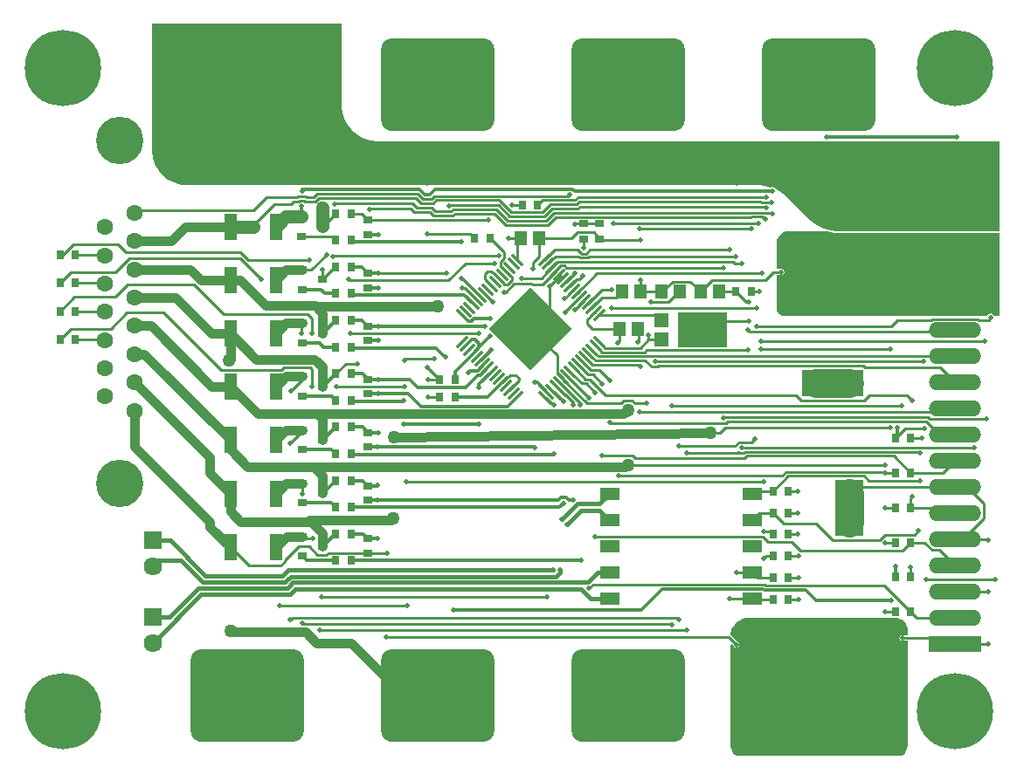
<source format=gtl>
G04*
G04 #@! TF.GenerationSoftware,Altium Limited,Altium Designer,18.1.9 (240)*
G04*
G04 Layer_Physical_Order=1*
G04 Layer_Color=255*
%FSLAX25Y25*%
%MOIN*%
G70*
G01*
G75*
%ADD10C,0.01000*%
%ADD17R,0.11024X0.10236*%
%ADD18R,0.20000X0.06000*%
%ADD19O,0.20000X0.06000*%
%ADD20R,0.04724X0.05512*%
%ADD21R,0.55118X0.27559*%
%ADD22R,0.07441X0.05000*%
%ADD23R,0.10236X0.11024*%
%ADD24R,0.02756X0.03543*%
%ADD25R,0.03150X0.03543*%
G04:AMPARAMS|DCode=26|XSize=10.63mil|YSize=57.53mil|CornerRadius=0mil|HoleSize=0mil|Usage=FLASHONLY|Rotation=225.000|XOffset=0mil|YOffset=0mil|HoleType=Round|Shape=Rectangle|*
%AMROTATEDRECTD26*
4,1,4,-0.01658,0.02410,0.02410,-0.01658,0.01658,-0.02410,-0.02410,0.01658,-0.01658,0.02410,0.0*
%
%ADD26ROTATEDRECTD26*%

G04:AMPARAMS|DCode=27|XSize=10.63mil|YSize=57.53mil|CornerRadius=0mil|HoleSize=0mil|Usage=FLASHONLY|Rotation=135.000|XOffset=0mil|YOffset=0mil|HoleType=Round|Shape=Rectangle|*
%AMROTATEDRECTD27*
4,1,4,0.02410,0.01658,-0.01658,-0.02410,-0.02410,-0.01658,0.01658,0.02410,0.02410,0.01658,0.0*
%
%ADD27ROTATEDRECTD27*%

%ADD29R,0.03543X0.02756*%
%ADD30R,0.05472X0.05512*%
%ADD31R,0.19134X0.13228*%
%ADD32R,0.03543X0.03150*%
%ADD33R,0.04724X0.10236*%
%ADD34R,0.03543X0.03150*%
%ADD44P,0.31959X4X360.0*%
%ADD59C,0.03500*%
%ADD60C,0.01200*%
%ADD61C,0.01500*%
%ADD62C,0.05000*%
%ADD63C,0.11000*%
%ADD64C,0.07047*%
%ADD65R,0.07047X0.07047*%
%ADD66C,0.06299*%
%ADD67C,0.18110*%
G04:AMPARAMS|DCode=68|XSize=354.33mil|YSize=433.07mil|CornerRadius=44.29mil|HoleSize=0mil|Usage=FLASHONLY|Rotation=270.000|XOffset=0mil|YOffset=0mil|HoleType=Round|Shape=RoundedRectangle|*
%AMROUNDEDRECTD68*
21,1,0.35433,0.34449,0,0,270.0*
21,1,0.26575,0.43307,0,0,270.0*
1,1,0.08858,-0.17224,-0.13287*
1,1,0.08858,-0.17224,0.13287*
1,1,0.08858,0.17224,0.13287*
1,1,0.08858,0.17224,-0.13287*
%
%ADD68ROUNDEDRECTD68*%
%ADD69C,0.29134*%
%ADD70C,0.01987*%
%ADD71C,0.05000*%
G36*
X124230Y249340D02*
X124260Y248419D01*
X124501Y246593D01*
X124977Y244814D01*
X125682Y243112D01*
X126603Y241517D01*
X127724Y240056D01*
X129026Y238754D01*
X130488Y237633D01*
X132082Y236712D01*
X133784Y236007D01*
X135563Y235530D01*
X137389Y235290D01*
X138310Y235260D01*
X375137Y235260D01*
X375137Y201080D01*
X313208Y201080D01*
X313208Y201080D01*
X312482Y201080D01*
X311038Y201222D01*
X309615Y201505D01*
X308226Y201926D01*
X306885Y202482D01*
X305606Y203166D01*
X304399Y203972D01*
X303277Y204893D01*
X302764Y205406D01*
X294315Y213855D01*
X294315Y213855D01*
X294315Y213855D01*
X293753Y214390D01*
X292552Y215376D01*
X291261Y216238D01*
X290084Y216867D01*
X290081Y216882D01*
X289729Y217409D01*
X289202Y217761D01*
X288580Y217885D01*
X287958Y217761D01*
X287912Y217730D01*
X286970Y218016D01*
X285447Y218319D01*
X283901Y218471D01*
X283125Y218490D01*
X65450Y218490D01*
X64558Y218490D01*
X62789Y218723D01*
X61066Y219185D01*
X59417Y219867D01*
X57872Y220759D01*
X56457Y221846D01*
X55195Y223107D01*
X54109Y224522D01*
X53217Y226067D01*
X52535Y227716D01*
X52073Y229439D01*
X51840Y231208D01*
X51840Y232100D01*
X51840Y280247D01*
X124230D01*
X124230Y249340D01*
D02*
G37*
G36*
X336206Y53111D02*
X336995Y52954D01*
X337793Y52624D01*
X338511Y52144D01*
X339121Y51534D01*
X339601Y50816D01*
X339932Y50019D01*
X340100Y49172D01*
Y46722D01*
X338110D01*
X337681Y46636D01*
X337317Y46393D01*
X337074Y46029D01*
X336988Y45600D01*
X337074Y45171D01*
X337317Y44807D01*
X337681Y44564D01*
X338110Y44478D01*
X340100D01*
X340100Y4730D01*
X340100Y4730D01*
Y4264D01*
X339918Y3350D01*
X339562Y2489D01*
X339044Y1715D01*
X338385Y1056D01*
X337872Y713D01*
X274866Y713D01*
X274339Y1065D01*
X273675Y1729D01*
X273153Y2510D01*
X272793Y3379D01*
X272610Y4300D01*
X272610Y4770D01*
X272610Y42923D01*
X273072Y43114D01*
X273982Y42204D01*
X274346Y41961D01*
X274775Y41875D01*
X275205Y41961D01*
X275569Y42204D01*
X275812Y42568D01*
X275897Y42997D01*
X275812Y43426D01*
X275569Y43790D01*
X272610Y46749D01*
X272610Y47268D01*
X272859Y48521D01*
X273348Y49701D01*
X274057Y50763D01*
X274960Y51666D01*
X276022Y52376D01*
X277202Y52865D01*
X278455Y53114D01*
X279094Y53114D01*
X335237Y53123D01*
X335717Y53123D01*
D01*
X336206Y53111D01*
D02*
G37*
G36*
X295110Y201080D02*
X308780Y201080D01*
X309426Y200884D01*
X309460Y200887D01*
X309488Y200868D01*
X310911Y200585D01*
X310944Y200592D01*
X310974Y200576D01*
X312418Y200434D01*
X312451Y200444D01*
X312482Y200430D01*
X313208Y200430D01*
X313208Y200430D01*
X375045Y200430D01*
X375137Y199931D01*
Y168560D01*
X373279D01*
X372979Y169009D01*
X372452Y169361D01*
X371830Y169485D01*
X371208Y169361D01*
X370681Y169009D01*
X370381Y168560D01*
X293110D01*
X292819Y168560D01*
X292249Y168673D01*
X291713Y168896D01*
X291230Y169219D01*
X290819Y169630D01*
X290496Y170113D01*
X290273Y170650D01*
X290160Y171219D01*
X290160Y171510D01*
X290160Y184208D01*
X291894D01*
X291895Y184208D01*
X292324Y184294D01*
X292688Y184537D01*
X292747Y184597D01*
X292991Y184961D01*
X293076Y185390D01*
X292991Y185819D01*
X292747Y186183D01*
X292384Y186426D01*
X291954Y186512D01*
X291653Y186451D01*
X290160D01*
X290160Y196130D01*
X290160Y196130D01*
X290160Y196130D01*
X290160Y196617D01*
X290350Y197574D01*
X290723Y198475D01*
X291265Y199285D01*
X291954Y199975D01*
X292765Y200517D01*
X293666Y200890D01*
X294622Y201080D01*
X295110Y201080D01*
D02*
G37*
%LPC*%
G36*
X154769Y227992D02*
X154340Y227906D01*
X153976Y227663D01*
X153733Y227299D01*
X153648Y226870D01*
X153733Y226441D01*
X153976Y226077D01*
X156067Y223986D01*
X156431Y223743D01*
X156860Y223658D01*
X157289Y223743D01*
X157653Y223986D01*
X157896Y224350D01*
X157982Y224779D01*
X157896Y225208D01*
X157653Y225572D01*
X157675Y225790D01*
X157725Y225824D01*
X157990Y226221D01*
X158083Y226689D01*
X157990Y227158D01*
X157725Y227554D01*
X157665Y227615D01*
X157268Y227880D01*
X156799Y227974D01*
X156331Y227880D01*
X155934Y227615D01*
X155639Y227586D01*
X155562Y227663D01*
X155199Y227906D01*
X154769Y227992D01*
D02*
G37*
G36*
X339220Y219742D02*
X338791Y219656D01*
X338427Y219413D01*
X338317Y219303D01*
X338074Y218939D01*
X337988Y218510D01*
X338074Y218081D01*
X338317Y217717D01*
X338681Y217474D01*
X339110Y217388D01*
X339539Y217474D01*
X339903Y217717D01*
X340013Y217827D01*
X340256Y218191D01*
X340342Y218620D01*
X340256Y219049D01*
X340013Y219413D01*
X339649Y219656D01*
X339220Y219742D01*
D02*
G37*
%LPD*%
D10*
X291895Y185330D02*
X291954Y185390D01*
X288900Y185330D02*
X291895D01*
X271702Y46070D02*
X274775Y42997D01*
X356567Y45600D02*
X359170Y42997D01*
X120144Y78045D02*
X134260D01*
X338110Y45600D02*
X356567D01*
X141090Y46070D02*
X271702D01*
X285730Y182160D02*
X288900Y185330D01*
X265559Y182160D02*
X285730D01*
X191720Y143829D02*
Y145010D01*
X188326Y140435D02*
X191720Y143829D01*
X190684Y146046D02*
X191720Y145010D01*
X188370Y146046D02*
X190684D01*
X185543Y143219D02*
X188370Y146046D01*
X180861Y198230D02*
X186274Y192817D01*
X154769Y226870D02*
X156860Y224779D01*
X361349Y83307D02*
X370653D01*
X359230D02*
X361349D01*
X369325Y91283D01*
Y96845D01*
X362863Y103307D02*
X369325Y96845D01*
X358225Y103307D02*
X362863D01*
X359480Y43307D02*
X370903D01*
X359170Y42997D02*
X359480Y43307D01*
X141244Y77934D02*
X141370Y78060D01*
X134260Y77934D02*
X141244D01*
X184817Y187791D02*
X186934Y185673D01*
X184817Y187791D02*
Y189179D01*
X189052Y182167D02*
Y183555D01*
X186934Y185673D02*
X189052Y183555D01*
X186268Y180771D02*
X187656D01*
X184151Y182889D02*
X186268Y180771D01*
X181280Y185760D02*
X184151Y182889D01*
X179820Y185760D02*
X181280D01*
X178792Y184732D02*
X179820Y185760D01*
X178792Y182680D02*
Y184732D01*
Y182680D02*
X181367Y180105D01*
X187656Y180771D02*
X189052Y182167D01*
X186907Y177760D02*
X189977Y180830D01*
X186120Y177760D02*
X186907D01*
X189977Y180830D02*
X196786D01*
X180763Y198230D02*
X180861D01*
X186274Y190636D02*
Y192817D01*
X184817Y189179D02*
X186274Y190636D01*
X121180Y191520D02*
X184180D01*
X120960Y191300D02*
X121180Y191520D01*
X280556Y177800D02*
X283640D01*
X109073Y144173D02*
Y145455D01*
X104940Y140040D02*
X109073Y144173D01*
X100650Y57960D02*
X100700Y58010D01*
X149020D01*
X148880Y105230D02*
X148960Y105310D01*
X285310D01*
X229770Y107540D02*
X292303D01*
X233565Y111775D02*
X331575D01*
X236135Y114296D02*
X277920D01*
X235057Y115375D02*
X236135Y114296D01*
X232074Y115375D02*
X235057D01*
X231826Y115126D02*
X232074Y115375D01*
X223794Y115126D02*
X231826D01*
X222485Y197924D02*
X222910Y197500D01*
X238090D01*
Y182410D02*
X238233Y182267D01*
Y177800D02*
Y182267D01*
X224633Y156326D02*
X238127D01*
X237510Y158670D02*
Y163233D01*
X237330Y158490D02*
X237510Y158670D01*
X238127Y156326D02*
X241330Y159529D01*
Y159558D01*
X239811Y154726D02*
X240551Y155466D01*
X242795Y153126D02*
X242993Y153324D01*
X222265Y153126D02*
X242795D01*
X239965Y151526D02*
X242355Y149136D01*
X221081Y151526D02*
X239965D01*
X238070Y149210D02*
Y149558D01*
X237702Y149926D02*
X238070Y149558D01*
X237153Y163590D02*
X237510Y163233D01*
X240375Y135176D02*
X240387Y135189D01*
X236075Y135176D02*
X240375D01*
X234961Y136290D02*
X236075Y135176D01*
X231979Y136290D02*
X234961D01*
X230865Y135176D02*
X231979Y136290D01*
X217743Y135176D02*
X230865D01*
X208509Y144410D02*
X217743Y135176D01*
X208509Y144410D02*
Y144611D01*
X209901Y145979D02*
X218610Y137270D01*
X218861Y144400D02*
X224871Y138390D01*
X323406Y136430D02*
X325365Y138390D01*
X297674D02*
X299635Y136430D01*
X224871Y138390D02*
X297674D01*
X325365D02*
X339720D01*
X299635Y136430D02*
X323406D01*
X339720Y138390D02*
X341840Y136270D01*
X336280Y122723D02*
X339317Y125760D01*
X335387Y121830D02*
X336280Y122723D01*
X221536Y184780D02*
X284440D01*
X261199Y177800D02*
X265559Y182160D01*
X214077Y177321D02*
X221536Y184780D01*
X261980Y163180D02*
X265530Y166730D01*
X279650D01*
X278410Y174040D02*
X279650D01*
X274650Y177800D02*
X278410Y174040D01*
X237770Y202000D02*
X237787Y201983D01*
X227980Y204020D02*
X228054Y204094D01*
X283226D01*
X283244Y204076D01*
X237787Y201983D02*
X280363D01*
X108970Y165724D02*
X109073Y165827D01*
X108970Y161790D02*
Y165724D01*
X116420Y61210D02*
X116470Y61160D01*
X202590D01*
X148630Y152140D02*
X159370D01*
X156890Y149020D02*
X161485Y144425D01*
X209580Y170040D02*
Y170217D01*
X215292Y175929D01*
X216570Y194490D02*
Y198007D01*
X218931Y193890D02*
X272210D01*
X217437Y192396D02*
X218931Y193890D01*
X215703Y192396D02*
X217437D01*
X214209Y193890D02*
X215703Y192396D01*
X218594Y191290D02*
X274460D01*
X218100Y190796D02*
X218594Y191290D01*
X215040Y190796D02*
X218100D01*
X214546Y191290D02*
X215040Y190796D01*
X205775Y191290D02*
X214546D01*
X218957Y189391D02*
X273478D01*
X218763Y189196D02*
X218957Y189391D01*
X214377Y189196D02*
X218763D01*
X214183Y189391D02*
X214377Y189196D01*
X206660Y189391D02*
X214183D01*
X209972Y187050D02*
X269990D01*
X214946Y182736D02*
X216300Y184090D01*
X213220Y184816D02*
Y184830D01*
X213310Y170986D02*
X216861Y174538D01*
X205591Y193890D02*
X214209D01*
X220355Y200485D02*
X222485Y198355D01*
X214343Y200485D02*
X220355D01*
X205877Y206391D02*
X280457D01*
X215183Y208104D02*
X285105D01*
X214940Y210124D02*
X286046D01*
X214687Y212134D02*
X284026D01*
X214375Y214084D02*
X286206D01*
X215070Y207991D02*
X215183Y208104D01*
X214407Y209591D02*
X214940Y210124D01*
X213744Y211191D02*
X214687Y212134D01*
X284026D02*
X284194Y211966D01*
X213082Y212791D02*
X214375Y214084D01*
X286206D02*
X286230Y214060D01*
X205214Y207991D02*
X215070D01*
X204552Y209591D02*
X214407D01*
X203889Y211191D02*
X213744D01*
X200783Y212791D02*
X213082D01*
X211310Y214847D02*
Y214890D01*
X213210Y203760D02*
X213363Y203913D01*
X274460Y191290D02*
X274500Y191330D01*
X196330Y163750D02*
X206392Y153688D01*
Y147205D02*
Y153688D01*
Y147205D02*
X208509Y145087D01*
Y144611D02*
Y145087D01*
X196330Y163750D02*
X203450Y170870D01*
Y179920D01*
X207118Y184281D02*
X208509Y182889D01*
X207118Y183588D02*
Y184281D01*
X203450Y179920D02*
X207118Y183588D01*
X197060Y186520D02*
Y188780D01*
X199553Y191273D01*
Y198150D01*
X211293Y180105D02*
X213924Y182736D01*
X214946D01*
X209901Y181497D02*
X213220Y184816D01*
X213363Y203913D02*
X216570D01*
X222402D02*
X222485Y203830D01*
X216570Y203913D02*
X222402D01*
X222485Y197924D02*
Y198355D01*
X212007Y198150D02*
X214343Y200485D01*
X199553Y198150D02*
X212007D01*
X134960Y209760D02*
X150400D01*
X121977Y146564D02*
X125773Y150360D01*
X130090D01*
X112478Y186198D02*
X118370Y192090D01*
X134960Y209350D02*
Y209760D01*
X151334Y211444D02*
X152762Y210016D01*
X121534Y211444D02*
X151334D01*
X121450Y211360D02*
X121534Y211444D01*
X115476Y213670D02*
X152531D01*
X114813Y215270D02*
X153193D01*
X114186Y212380D02*
X115476Y213670D01*
X152531D02*
X154584Y211616D01*
X113523Y213980D02*
X114813Y215270D01*
X153193D02*
X155247Y213216D01*
X150400Y209760D02*
X151744Y208416D01*
X157744D01*
X159136Y211616D02*
X160333Y212814D01*
X154584Y211616D02*
X159136D01*
X159670Y214414D02*
X210876D01*
X158473Y213216D02*
X159670Y214414D01*
X155247Y213216D02*
X158473D01*
X152762Y210016D02*
X158524D01*
X157744Y208416D02*
X159134Y207026D01*
X166780D01*
X167334Y207580D01*
X182607D01*
X165190Y210780D02*
X165250Y210720D01*
X160333Y212814D02*
X184275D01*
X182607Y207580D02*
X186849Y203338D01*
X202825D01*
X205877Y206391D01*
X280457D02*
X280570Y206504D01*
X199003Y211010D02*
X200783Y212791D01*
X200836Y208138D02*
X203889Y211191D01*
X201499Y206538D02*
X204552Y209591D01*
X202162Y204938D02*
X205214Y207991D01*
X210876Y214414D02*
X211310Y214847D01*
X102319Y148830D02*
X112240D01*
X101339Y147850D02*
X102319Y148830D01*
X333781Y164720D02*
X336151Y167090D01*
X282450Y164720D02*
X333781D01*
X109073Y84340D02*
X109733Y83680D01*
X113350D01*
X115700Y48690D02*
X115870Y48520D01*
X249279D01*
X249293Y48506D01*
X255766D01*
X255780Y48520D01*
X109180Y51094D02*
X249666D01*
X105537Y53327D02*
X252373D01*
X104800Y52590D02*
X105537Y53327D01*
X104640Y52750D02*
X104800Y52590D01*
X109040Y51234D02*
X109180Y51094D01*
X249666D02*
X250160Y50600D01*
X252373Y53327D02*
X253010Y52690D01*
X277920Y114296D02*
X278750Y115126D01*
X255830Y116390D02*
X275029D01*
X275365Y116726D01*
X275859Y116232D01*
X277593D01*
X278087Y116726D01*
X278750Y115126D02*
X334745D01*
X223580Y115340D02*
X223794Y115126D01*
X276726Y118326D02*
X365386D01*
X252980Y118860D02*
X274299D01*
X270486Y125966D02*
X333246D01*
X278087Y116726D02*
X344124D01*
X344730Y116120D01*
X334745Y115126D02*
X341293Y108578D01*
X250010Y134170D02*
X337910D01*
X109040Y104679D02*
X109073Y104712D01*
X109040Y100700D02*
Y104679D01*
X250010Y134170D02*
X250020Y134160D01*
X109073Y124533D02*
Y125083D01*
X104570Y120030D02*
X109073Y124533D01*
X274299Y118860D02*
X275859Y120420D01*
X280440D01*
X281720Y121700D01*
X284220Y155810D02*
X284330Y155920D01*
X333400D01*
X240551Y155466D02*
X279132D01*
X242993Y153324D02*
X358209D01*
X243860Y151230D02*
X345998D01*
X245221Y149630D02*
X323306D01*
X333246Y125966D02*
X333380Y126100D01*
X264855Y123850D02*
X268370D01*
X270486Y125966D01*
X347699Y129954D02*
X348523Y129130D01*
X347036Y128354D02*
X352083Y123307D01*
X270857Y127566D02*
X271645Y128354D01*
X347036D01*
X270284Y129954D02*
X347699D01*
X269990Y129660D02*
X270284Y129954D01*
X336151Y167090D02*
X349210D01*
X367241D02*
X371060D01*
X366924Y167407D02*
X367241Y167090D01*
X349527Y167407D02*
X366924D01*
X349210Y167090D02*
X349527Y167407D01*
X371060Y167090D02*
X371830Y167860D01*
X279944Y162626D02*
X357545D01*
X279263Y163307D02*
X279944Y162626D01*
X357545D02*
X358225Y163307D01*
X227180Y171730D02*
X282450D01*
X286010Y205680D02*
Y205990D01*
X285430Y207779D02*
X288661D01*
X285105Y208104D02*
X285430Y207779D01*
X286046Y210124D02*
X286297Y209873D01*
X284194Y211966D02*
X288330D01*
X280570Y206504D02*
X284443D01*
X284767Y206179D01*
X288661Y207779D02*
X288670Y207770D01*
X284767Y206179D02*
X285821D01*
X286010Y205990D01*
X274203Y188666D02*
X276726D01*
X279132Y155466D02*
X279263Y155597D01*
X45101Y208905D02*
X90475D01*
X171076Y179260D02*
X175799Y174538D01*
X170080Y179260D02*
X171076D01*
X164240Y185100D02*
X164250Y185090D01*
X138020Y185100D02*
X164240D01*
X116947Y186433D02*
Y186497D01*
Y182458D02*
Y186433D01*
X109073Y186198D02*
X112478D01*
X131749Y207757D02*
X134260Y205246D01*
X90470Y203156D02*
X98673Y211359D01*
X110211Y212380D02*
X114186D01*
X110874Y213980D02*
X113523D01*
X109867Y212724D02*
X110211Y212380D01*
X108133Y212724D02*
X109867D01*
X107789Y212380D02*
X108133Y212724D01*
X105902Y212380D02*
X107789D01*
X104881Y211359D02*
X105902Y212380D01*
X110530Y214324D02*
X110874Y213980D01*
X107470Y214324D02*
X110530D01*
X107126Y213980D02*
X107470Y214324D01*
X95550Y213980D02*
X107126D01*
X98673Y211359D02*
X104881D01*
X90475Y208905D02*
X95550Y213980D01*
X90470Y202620D02*
Y203156D01*
X158524Y210016D02*
X159914Y208626D01*
X166117D01*
X166671Y209180D01*
X183270D01*
X187512Y204938D01*
X202162D01*
X188951Y208138D02*
X200836D01*
X184275Y212814D02*
X188951Y208138D01*
X120446Y199090D02*
X121977Y197558D01*
X108963Y199090D02*
X120446D01*
X165190Y210780D02*
X184046D01*
X188288Y206538D01*
X201499D01*
X191110Y189849D02*
Y196793D01*
X192467Y198150D01*
X192377Y198240D02*
X192467Y198150D01*
X187910Y198240D02*
X192377D01*
X189110Y210940D02*
X189180Y211010D01*
X193097D01*
X293817Y109054D02*
X331086D01*
X292303Y107540D02*
X293817Y109054D01*
X294480Y107454D02*
X323356D01*
X288763Y101737D02*
X294480Y107454D01*
X341293Y95326D02*
Y99033D01*
X341900Y99640D01*
X218610Y64450D02*
X220110Y65950D01*
X285643D01*
X285953Y65640D02*
X331223D01*
X285643Y65950D02*
X285953Y65640D01*
X331223D02*
X341293Y55570D01*
X298257Y60217D02*
X298355Y60315D01*
X294668Y60217D02*
X298257D01*
X218253Y173146D02*
X223627Y178520D01*
X227140D01*
X242355Y149136D02*
X244727D01*
X358209Y153324D02*
X358225Y153307D01*
X244727Y149136D02*
X245221Y149630D01*
X223449Y154726D02*
X239811D01*
X219897Y149926D02*
X237702D01*
X221037Y157138D02*
X223449Y154726D01*
X222429Y158530D02*
X224633Y156326D01*
X345998Y151230D02*
X346038Y151190D01*
X323886Y149050D02*
X352483D01*
X323306Y149630D02*
X323886Y149050D01*
X274650Y177800D02*
X274650Y177800D01*
X268285Y177800D02*
X274650D01*
X257343Y181656D02*
X261199Y177800D01*
X250442Y181656D02*
X257343D01*
X246586Y177800D02*
X250442Y181656D01*
X246173Y177800D02*
X246586D01*
X241330Y159558D02*
X246303D01*
X252847Y177800D02*
X253259D01*
X248991Y173944D02*
X252847Y177800D01*
X242196Y173944D02*
X248991D01*
X242180Y173960D02*
X242196Y173944D01*
X241330Y159558D02*
Y161320D01*
X228997Y175650D02*
X231147Y177800D01*
X223541Y175650D02*
X228997D01*
X246213D02*
X246213Y175650D01*
X238233Y177800D02*
X246173D01*
X219645Y171754D02*
X223541Y175650D01*
X244135Y168970D02*
X246303Y166802D01*
X222429Y168970D02*
X244135D01*
X284090Y158890D02*
X369480D01*
X216861Y152962D02*
X219897Y149926D01*
X218253Y154354D02*
X221081Y151526D01*
X219645Y155746D02*
X222265Y153126D01*
X352483Y149050D02*
X358225Y143307D01*
X237943Y131967D02*
X358015D01*
X205726Y185673D02*
X207843Y187791D01*
X209231D01*
X209972Y187050D01*
X273478Y189391D02*
X274203Y188666D01*
X204334Y187065D02*
X206660Y189391D01*
X227004Y127566D02*
X270857D01*
X226510Y128060D02*
X227004Y127566D01*
X348523Y129130D02*
X370136D01*
X352083Y123307D02*
X358225D01*
X219790Y163590D02*
X230067D01*
X217820Y165560D02*
X219790Y163590D01*
X215469Y151570D02*
X219070Y147970D01*
X222490D01*
X226510Y143950D01*
X341293Y121830D02*
X345408D01*
X339317Y125760D02*
X346440D01*
X217820Y167145D02*
X221037Y170362D01*
X217820Y165560D02*
Y167145D01*
X230067Y158917D02*
Y163590D01*
X229570Y158420D02*
X230067Y158917D01*
X331086Y109054D02*
X331620Y108520D01*
X325103Y105706D02*
X344674D01*
X323356Y107454D02*
X325103Y105706D01*
X339110Y218510D02*
X339220Y218620D01*
X342806Y84946D02*
X344320Y86460D01*
X344674Y105706D02*
X344820Y105560D01*
X201550Y189849D02*
X205591Y193890D01*
X272210Y60550D02*
X280721D01*
X202942Y188457D02*
X205775Y191290D01*
X171390Y188710D02*
X182540D01*
X274740Y70550D02*
X280721D01*
X214077Y150179D02*
X218116Y146140D01*
X220100D01*
X223600Y142640D01*
X353496Y108578D02*
X358225Y113307D01*
X341293Y108578D02*
X353496D01*
X212685Y148787D02*
X217072Y144400D01*
X218861D01*
X217500Y142800D02*
X220860Y139440D01*
X211293Y147395D02*
X215888Y142800D01*
X217500D01*
X220860Y84150D02*
X284897D01*
X286790Y82257D01*
X295883D01*
X299341Y78800D01*
X338019D01*
X285030Y86250D02*
X287838D01*
X288960Y85129D01*
X338019Y78800D02*
X341293Y82074D01*
X317770Y100854D02*
X320223Y103307D01*
X358225D01*
X331620Y108520D02*
X335329D01*
X331620Y95270D02*
X331676Y95326D01*
X370653Y83307D02*
X370903Y83057D01*
X358225Y63307D02*
X358345Y63187D01*
X370903D01*
X352325Y79207D02*
X358225Y73307D01*
X349527Y79207D02*
X352325D01*
X346660Y82074D02*
X349527Y79207D01*
X341293Y82074D02*
X346660D01*
X356206Y95326D02*
X358225Y93307D01*
X341293Y95326D02*
X356206D01*
X341293Y68822D02*
Y72653D01*
X331605Y84946D02*
X342806D01*
X329539Y82880D02*
X331605Y84946D01*
X311600Y82880D02*
X329539D01*
X305170Y89310D02*
X311600Y82880D01*
X292886Y89310D02*
X305170D01*
X288763Y93433D02*
X292886Y89310D01*
X347179Y68041D02*
X373611D01*
X102499Y75188D02*
X107781Y80470D01*
X102499Y74773D02*
Y75188D01*
X100876Y73150D02*
X102499Y74773D01*
X88911Y73150D02*
X100876D01*
X81714Y80347D02*
X88911Y73150D01*
X209901Y145979D02*
Y146003D01*
X285031Y75859D02*
X285299D01*
X286265Y76825D02*
X288960D01*
X285299Y75859D02*
X286265Y76825D01*
X294554Y68635D02*
X298355D01*
X294471Y68718D02*
X294554Y68635D01*
X294471Y76825D02*
X298355D01*
X298129Y85129D02*
X298230Y85230D01*
X294471Y85129D02*
X298129D01*
X298143Y85317D02*
X298230Y85230D01*
X294668Y93433D02*
X294671Y93436D01*
X298143D01*
X294668Y101737D02*
X298143D01*
X335329Y108520D02*
X335387Y108578D01*
X331676Y95326D02*
X335387D01*
X335313Y82000D02*
X335387Y82074D01*
X331620Y82000D02*
X335313D01*
X331620Y55570D02*
X335387D01*
X341293D02*
X343556Y53307D01*
X358225D01*
X294668Y60217D02*
X294668Y60217D01*
X294471Y85129D02*
X294668Y85326D01*
X280721Y100550D02*
X281908Y101737D01*
X288763D01*
X280721Y90550D02*
X283604Y93433D01*
X288763D01*
X280721Y70550D02*
X282750Y68521D01*
X288763D01*
X280721Y60550D02*
X281054Y60217D01*
X288763D01*
X317760Y89680D02*
X317770Y89690D01*
X317720Y143030D02*
X317770Y142980D01*
X107781Y80470D02*
X111740D01*
X114830Y77380D01*
X118370D01*
X118915Y77925D01*
X120024D01*
X120144Y78045D01*
X134260Y77934D02*
Y78045D01*
X173217Y199870D02*
X174857Y198230D01*
X156890Y199870D02*
X173217D01*
X161485Y144350D02*
Y144425D01*
X148070Y151580D02*
X148630Y152140D01*
X157140Y144350D02*
X161485D01*
X157120Y137530D02*
X161485D01*
X215292Y175929D02*
X215469D01*
X122250Y141600D02*
X148070D01*
X112920Y141490D02*
Y148150D01*
X112240Y148830D02*
X112920Y148150D01*
X78080Y147850D02*
X101339D01*
X56020Y169910D02*
X78080Y147850D01*
X42280Y169910D02*
X56020D01*
X36140Y163770D02*
X42280Y169910D01*
X20807Y163770D02*
X36140D01*
X16687Y159650D02*
X20807Y163770D01*
X33653Y159650D02*
X33920Y159383D01*
X22593Y159650D02*
X33653D01*
X33693Y170397D02*
X33920Y170171D01*
X22593Y170397D02*
X33693D01*
X167580Y162040D02*
X176440D01*
X176430Y162050D02*
X176440Y162040D01*
X167460Y161920D02*
X167580Y162040D01*
X127420Y161920D02*
X167460D01*
X112880Y161940D02*
Y167462D01*
X111142Y169200D02*
X112880Y167462D01*
X79200Y169200D02*
X111142D01*
X67870Y180530D02*
X79200Y169200D01*
X42570Y180530D02*
X67870D01*
X38000Y175960D02*
X42570Y180530D01*
X22251Y175960D02*
X38000D01*
X16687Y170397D02*
X22251Y175960D01*
X33734Y181143D02*
X33920Y180958D01*
X22593Y181143D02*
X33734D01*
X33775Y191890D02*
X33920Y191745D01*
X22593Y191890D02*
X33775D01*
X21993Y195995D02*
X38884D01*
X85599Y190601D02*
X93640Y182560D01*
X43340Y190601D02*
X85599D01*
X85620Y192880D02*
X88540Y189960D01*
X41999Y192880D02*
X85620D01*
X38884Y195995D02*
X41999Y192880D01*
X200813Y180760D02*
X205726Y185673D01*
X196855Y180760D02*
X200813D01*
X196786Y180830D02*
X196855Y180760D01*
X164951Y182271D02*
X171390Y188710D01*
X127199Y182271D02*
X164951D01*
X126880Y182590D02*
X127199Y182271D01*
X88540Y189960D02*
X111770D01*
X37947Y185208D02*
X43340Y190601D01*
X20752Y185208D02*
X37947D01*
X16687Y181143D02*
X20752Y185208D01*
X16687Y191890D02*
X17887D01*
X200369Y183100D02*
X204334Y187065D01*
X192730Y183100D02*
X200369D01*
X178583Y177321D02*
X178599D01*
X181960Y173960D01*
X17887Y191890D02*
X21993Y195995D01*
X212685Y178705D02*
Y178713D01*
X209260Y175280D02*
X212685Y178705D01*
X45101Y207927D02*
Y208905D01*
X134260Y205246D02*
X180144D01*
X127883Y207757D02*
X131749D01*
X117050Y202830D02*
X121977Y207757D01*
X116837Y202830D02*
X117050D01*
D17*
X317760Y89680D02*
D03*
Y47554D02*
D03*
X317770Y100854D02*
D03*
Y142980D02*
D03*
X305220Y143030D02*
D03*
Y185156D02*
D03*
D18*
X358225Y43307D02*
D03*
D19*
Y53307D02*
D03*
Y63307D02*
D03*
Y73307D02*
D03*
Y83307D02*
D03*
Y93307D02*
D03*
Y103307D02*
D03*
Y113307D02*
D03*
Y123307D02*
D03*
Y133307D02*
D03*
Y143307D02*
D03*
Y153307D02*
D03*
Y163307D02*
D03*
D20*
X231147Y177800D02*
D03*
X238233D02*
D03*
X253259Y177800D02*
D03*
X246173D02*
D03*
X199553Y198150D02*
D03*
X192467D02*
D03*
X268285Y177800D02*
D03*
X261199D02*
D03*
X230067Y163590D02*
D03*
X237153D02*
D03*
D21*
X339420Y184590D02*
D03*
X339050Y218500D02*
D03*
D22*
X280721Y60550D02*
D03*
Y70550D02*
D03*
Y80550D02*
D03*
Y90550D02*
D03*
Y100550D02*
D03*
X226430Y60550D02*
D03*
Y70550D02*
D03*
Y80550D02*
D03*
Y90550D02*
D03*
Y100550D02*
D03*
D23*
X250181Y226870D02*
D03*
X208055D02*
D03*
X303466D02*
D03*
X261340D02*
D03*
X143610D02*
D03*
X101484D02*
D03*
X196895D02*
D03*
X154769D02*
D03*
D24*
X127883Y187359D02*
D03*
X121977D02*
D03*
X294668Y60217D02*
D03*
X288763D02*
D03*
X294668Y68521D02*
D03*
X288763D02*
D03*
X294668Y101737D02*
D03*
X288763D02*
D03*
X294668Y93433D02*
D03*
X288763D02*
D03*
X167390Y144350D02*
D03*
X161485D02*
D03*
X199003Y211010D02*
D03*
X193097D02*
D03*
X280556Y177800D02*
D03*
X274650D02*
D03*
X167390Y137530D02*
D03*
X161485D02*
D03*
X180763Y198230D02*
D03*
X174857D02*
D03*
X335387Y108578D02*
D03*
X341293D02*
D03*
X335387Y95326D02*
D03*
X341293D02*
D03*
X335387Y82074D02*
D03*
X341293D02*
D03*
X335387Y55570D02*
D03*
X341293D02*
D03*
X16687Y181143D02*
D03*
X22593D02*
D03*
X16687Y191890D02*
D03*
X22593D02*
D03*
X22593Y170397D02*
D03*
X16687D02*
D03*
X22593Y159650D02*
D03*
X16687D02*
D03*
X341293Y121830D02*
D03*
X335387D02*
D03*
X341293Y68822D02*
D03*
X335387D02*
D03*
X121977Y75173D02*
D03*
X127883D02*
D03*
X121977Y85372D02*
D03*
X127883D02*
D03*
X121977Y95571D02*
D03*
X127883D02*
D03*
X121977Y105769D02*
D03*
X127883D02*
D03*
X121977Y115968D02*
D03*
X127883D02*
D03*
X121977Y126167D02*
D03*
X127883D02*
D03*
X121977Y136366D02*
D03*
X127883D02*
D03*
X121977Y146564D02*
D03*
X127883D02*
D03*
X121977Y156763D02*
D03*
X127883D02*
D03*
X121977Y166962D02*
D03*
X127883D02*
D03*
X121977Y177161D02*
D03*
X127883D02*
D03*
X121977Y197558D02*
D03*
X127883D02*
D03*
X121977Y207757D02*
D03*
X127883D02*
D03*
D25*
X294471Y76825D02*
D03*
X288960D02*
D03*
X294471Y85129D02*
D03*
X288960D02*
D03*
D26*
X191110Y189849D02*
D03*
X189718Y188457D02*
D03*
X188326Y187065D02*
D03*
X186934Y185673D02*
D03*
X185543Y184281D02*
D03*
X184151Y182889D02*
D03*
X182759Y181497D02*
D03*
X181367Y180105D02*
D03*
X179975Y178713D02*
D03*
X178583Y177321D02*
D03*
X177191Y175929D02*
D03*
X175799Y174538D02*
D03*
X174407Y173146D02*
D03*
X173015Y171754D02*
D03*
X171623Y170362D02*
D03*
X170231Y168970D02*
D03*
X201550Y137651D02*
D03*
X202942Y139043D02*
D03*
X204334Y140435D02*
D03*
X205726Y141827D02*
D03*
X207118Y143219D02*
D03*
X208509Y144611D02*
D03*
X209901Y146003D02*
D03*
X211293Y147395D02*
D03*
X212685Y148787D02*
D03*
X214077Y150179D02*
D03*
X215469Y151570D02*
D03*
X216861Y152962D02*
D03*
X218253Y154354D02*
D03*
X219645Y155746D02*
D03*
X221037Y157138D02*
D03*
X222429Y158530D02*
D03*
D27*
X170231D02*
D03*
X171623Y157138D02*
D03*
X173015Y155746D02*
D03*
X174407Y154354D02*
D03*
X175799Y152962D02*
D03*
X177191Y151570D02*
D03*
X178583Y150179D02*
D03*
X179975Y148787D02*
D03*
X181367Y147395D02*
D03*
X182759Y146003D02*
D03*
X184151Y144611D02*
D03*
X185543Y143219D02*
D03*
X186934Y141827D02*
D03*
X188326Y140435D02*
D03*
X189718Y139043D02*
D03*
X191110Y137651D02*
D03*
X222429Y168970D02*
D03*
X221037Y170362D02*
D03*
X219645Y171754D02*
D03*
X218253Y173146D02*
D03*
X216861Y174538D02*
D03*
X215469Y175929D02*
D03*
X214077Y177321D02*
D03*
X212685Y178713D02*
D03*
X211293Y180105D02*
D03*
X209901Y181497D02*
D03*
X208509Y182889D02*
D03*
X207118Y184281D02*
D03*
X205726Y185673D02*
D03*
X204334Y187065D02*
D03*
X202942Y188457D02*
D03*
X201550Y189849D02*
D03*
D29*
X216570Y203913D02*
D03*
Y198007D02*
D03*
X222485Y203830D02*
D03*
Y197924D02*
D03*
D30*
X246303Y159558D02*
D03*
Y166802D02*
D03*
D31*
X261980Y163180D02*
D03*
D32*
X134260Y77934D02*
D03*
Y83446D02*
D03*
X134260Y98234D02*
D03*
Y103746D02*
D03*
Y118534D02*
D03*
Y124046D02*
D03*
Y138834D02*
D03*
Y144346D02*
D03*
Y159134D02*
D03*
Y164646D02*
D03*
Y179434D02*
D03*
Y184946D02*
D03*
Y199734D02*
D03*
Y205246D02*
D03*
D33*
X99037Y80347D02*
D03*
X81714D02*
D03*
X99037Y100737D02*
D03*
X81714D02*
D03*
X99037Y121127D02*
D03*
X81714D02*
D03*
X99037Y141517D02*
D03*
X81714D02*
D03*
X99037Y161907D02*
D03*
X81714D02*
D03*
X99037Y182297D02*
D03*
X81714D02*
D03*
X99037Y202687D02*
D03*
X81714D02*
D03*
D34*
X109073Y84340D02*
D03*
Y76860D02*
D03*
X116947Y80600D02*
D03*
X109073Y104712D02*
D03*
Y97232D02*
D03*
X116947Y100972D02*
D03*
X109073Y125083D02*
D03*
Y117603D02*
D03*
X116947Y121343D02*
D03*
X109073Y145455D02*
D03*
Y137975D02*
D03*
X116947Y141715D02*
D03*
X109073Y165827D02*
D03*
Y158346D02*
D03*
X116947Y162087D02*
D03*
X109073Y186198D02*
D03*
Y178718D02*
D03*
X116947Y182458D02*
D03*
X108963Y206570D02*
D03*
Y199090D02*
D03*
X116837Y202830D02*
D03*
D44*
X196330Y163750D02*
D03*
D59*
X114966Y131114D02*
X116947Y129133D01*
X113690Y110890D02*
X232681D01*
X116947Y100972D02*
Y107633D01*
X113690Y110890D02*
X116947Y107633D01*
X232681Y110890D02*
X233565Y111775D01*
X127782Y43740D02*
X160845Y10677D01*
X114575Y43740D02*
X127782D01*
X110425Y47890D02*
X114575Y43740D01*
X82240Y47890D02*
X110425D01*
X81820Y48310D02*
X82240Y47890D01*
X231894Y131114D02*
X233470Y132690D01*
X228184Y131114D02*
X231894D01*
X227895Y131404D02*
X228184Y131114D01*
X225125Y131404D02*
X227895D01*
X224836Y131114D02*
X225125Y131404D01*
X114966Y131114D02*
X224836D01*
X102975Y145455D02*
X109073D01*
X99037Y141517D02*
X102975Y145455D01*
X91521Y152100D02*
X113970D01*
X116947Y149123D01*
X102938Y186198D02*
X109073D01*
X99037Y182297D02*
X102938Y186198D01*
X45101Y186352D02*
X66608D01*
X116947Y162087D02*
Y169653D01*
X114415Y172185D02*
X116947Y169653D01*
X114960Y131120D02*
X114966Y131114D01*
X112414Y90076D02*
X116947Y85543D01*
X111840Y90650D02*
X112414Y90076D01*
X143120Y90650D02*
X143740Y91270D01*
X111840Y90650D02*
X143120D01*
X74000Y88061D02*
X81714Y80347D01*
X74000Y88061D02*
Y89870D01*
X45101Y118770D02*
X74000Y89870D01*
X45101Y118770D02*
Y132415D01*
X144160Y122340D02*
X144230Y122270D01*
X264855Y123850D01*
X103030Y84340D02*
X109073D01*
X99037Y80347D02*
X103030Y84340D01*
X103012Y104712D02*
X109073D01*
X99037Y100737D02*
X103012Y104712D01*
X102993Y125083D02*
X109073D01*
X99037Y121127D02*
X102993Y125083D01*
X102957Y165827D02*
X109073D01*
X99037Y161907D02*
X102957Y165827D01*
X114170Y172430D02*
X114415Y172185D01*
X160845D01*
X95210Y172450D02*
X114100D01*
X160845Y172075D02*
Y172185D01*
X48851Y153990D02*
X81714Y121127D01*
X45101Y153990D02*
X48851D01*
X73710Y108741D02*
X81714Y100737D01*
X73710Y108741D02*
Y114593D01*
X45101Y143202D02*
X73710Y114593D01*
X81714Y93986D02*
Y100737D01*
Y93986D02*
X85624Y90076D01*
X112414D01*
X116947Y80600D02*
Y85543D01*
X88310Y110890D02*
X113690D01*
X81714Y117486D02*
X88310Y110890D01*
X81714Y117486D02*
Y121127D01*
X116947Y121343D02*
Y129133D01*
X92111Y131120D02*
X114960D01*
X81714Y141517D02*
X92111Y131120D01*
X81714Y151869D02*
Y161907D01*
X81335Y151490D02*
X81714Y151869D01*
X74673Y141517D02*
X81714D01*
X51413Y164777D02*
X74673Y141517D01*
X45101Y164777D02*
X51413D01*
X74643Y161907D02*
X81714D01*
X60986Y175564D02*
X74643Y161907D01*
X45101Y175564D02*
X60986D01*
X70663Y182297D02*
X81714D01*
X66608Y186352D02*
X70663Y182297D01*
X64657Y202687D02*
X81714D01*
X59109Y197139D02*
X64657Y202687D01*
X45101Y197139D02*
X59109D01*
X116947Y141715D02*
Y149123D01*
X81714Y161907D02*
X91521Y152100D01*
X85363Y182297D02*
X95210Y172450D01*
X81714Y182297D02*
X85363D01*
D60*
X137968Y103746D02*
X138006Y103784D01*
X134260Y103746D02*
X137968D01*
X132237Y105769D02*
X134260Y103746D01*
X127883Y105769D02*
X132237D01*
X117180Y100972D02*
X121977Y105769D01*
X116947Y100972D02*
X117180D01*
X215180Y134770D02*
Y134858D01*
X215370Y135048D01*
X163730Y152660D02*
X163900Y152830D01*
X159936Y217084D02*
X212219D01*
X213042Y216260D02*
X288580D01*
X212219Y217084D02*
X213042Y216260D01*
X114109Y216970D02*
X153898D01*
X113949Y216810D02*
X114109Y216970D01*
X153898D02*
X155951Y214916D01*
X157769D02*
X159936Y217084D01*
X155951Y214916D02*
X157769D01*
X336280Y122723D02*
Y125880D01*
X109200Y216810D02*
X113949D01*
X108910Y206623D02*
X109000Y206713D01*
Y210630D01*
X109200Y216420D02*
Y216810D01*
X138016Y199734D02*
X138020Y199730D01*
X309310Y236990D02*
X358690D01*
X335387Y72857D02*
X335390Y72860D01*
X335387Y68822D02*
Y72857D01*
X156799Y226750D02*
X156860Y226689D01*
X108910Y206623D02*
X108963Y206570D01*
X127883Y136059D02*
X147518D01*
X176660Y127390D02*
Y127426D01*
X176516Y127246D02*
X176660Y127390D01*
X197710Y118230D02*
Y118491D01*
X197668Y118534D02*
X197710Y118491D01*
X147824Y127246D02*
X176516D01*
X166850Y56340D02*
X238550D01*
X246460Y64250D01*
X284939D01*
X285389Y63800D01*
X301250D01*
X305220Y59830D01*
X333690D01*
X209379Y138174D02*
X209699D01*
X205726Y141827D02*
X209379Y138174D01*
X212354Y134546D02*
Y135518D01*
X207199Y143219D02*
X215370Y135048D01*
X204335Y140435D02*
X208790Y135980D01*
X204743Y134458D02*
X205138D01*
X127883Y115759D02*
X204929D01*
X205138Y115968D01*
X127883Y75159D02*
X215269D01*
X210748Y98234D02*
X212354D01*
X209699Y99284D02*
X210748Y98234D01*
X207881Y99284D02*
X209699D01*
X215269Y75159D02*
X215370Y75260D01*
X209699Y138174D02*
X212354Y135518D01*
X207118Y143219D02*
X207199D01*
X206832Y98234D02*
X207881Y99284D01*
X138004Y98234D02*
X206832D01*
X198685Y143300D02*
X202942Y139043D01*
X197710Y143300D02*
X198685D01*
X138006Y118534D02*
X197668D01*
X110760Y75173D02*
X121977D01*
X109073Y76860D02*
X110760Y75173D01*
X176625Y156572D02*
X180963Y160910D01*
X172449Y166752D02*
X173778D01*
X170231Y168970D02*
X172449Y166752D01*
X180963Y160910D02*
X180980Y160927D01*
X173778Y166752D02*
X174616Y167590D01*
X180960D01*
X180920Y160910D02*
X180963D01*
X127883Y156359D02*
X160031D01*
X163730Y152660D01*
X153302Y141270D02*
X171650D01*
X176220Y145840D01*
X176530Y141170D02*
Y142558D01*
X177028Y145840D02*
X179975Y148787D01*
X176220Y145840D02*
X177028D01*
X176044Y147640D02*
X178583Y150179D01*
X173320Y147640D02*
X176044D01*
X176530Y142558D02*
X181367Y147395D01*
X138274Y164646D02*
X178726D01*
X177191Y151570D02*
X177381D01*
X181260Y155450D01*
X178722Y164650D02*
X178726Y164646D01*
X175068Y159458D02*
X176625Y157902D01*
X173943Y159458D02*
X175068D01*
X171623Y157138D02*
X173943Y159458D01*
X176625Y156572D02*
Y157902D01*
X131846Y187359D02*
X134260Y184946D01*
X127883Y187359D02*
X131846D01*
X127883Y196959D02*
X169849D01*
X170090Y183030D02*
X177191Y175929D01*
X169889Y183030D02*
X170090D01*
X127883Y75159D02*
Y75173D01*
Y95459D02*
X207159D01*
X204334Y140435D02*
X204335D01*
X207159Y95459D02*
X208790Y97090D01*
X127883Y95459D02*
Y95571D01*
X201550Y137651D02*
X204743Y134458D01*
X127883Y115759D02*
Y115968D01*
X167390Y137530D02*
X179854D01*
X147518Y136059D02*
X147824Y136366D01*
X127883Y136059D02*
Y136366D01*
X172670Y146990D02*
X173320Y147640D01*
X127883Y156359D02*
Y156763D01*
Y176659D02*
X170893D01*
X174407Y173146D01*
X127883Y176659D02*
Y177161D01*
X134260Y83446D02*
X134360Y83546D01*
X138004D01*
X134260Y98234D02*
X138004D01*
X134260Y118534D02*
X138006D01*
X138136Y138834D02*
X149616D01*
X134260D02*
X138120D01*
Y138830D02*
X138136Y138814D01*
X138296Y144346D02*
X138314Y144364D01*
X134260Y124046D02*
X138136D01*
X138296Y144346D02*
X150226D01*
X134260D02*
X138296D01*
X138230Y144280D02*
X138296Y144346D01*
X134260Y159134D02*
X138314D01*
X134260Y164646D02*
X138274D01*
X138300Y164620D01*
X138206Y164714D02*
X138274Y164646D01*
X134260Y179434D02*
X138206D01*
X127883Y196959D02*
Y197558D01*
X134260Y184946D02*
X134414Y185100D01*
X138020D01*
X134260Y199734D02*
X138016D01*
X174407Y154354D02*
X176625Y156572D01*
X167390Y147337D02*
X174407Y154354D01*
X167390Y144350D02*
Y147337D01*
X150226Y144346D02*
X153302Y141270D01*
X179854Y137530D02*
X185543Y143219D01*
X187529Y134070D02*
X191110Y137651D01*
X154380Y134070D02*
X187529D01*
X149616Y138834D02*
X154380Y134070D01*
X117102Y162087D02*
X121977Y166962D01*
X116947Y162087D02*
X117102D01*
X132334Y85372D02*
X134260Y83446D01*
X127883Y85372D02*
X132334D01*
X121719D02*
X121977D01*
X116947Y80600D02*
X121719Y85372D01*
X120316Y97232D02*
X121977Y95571D01*
X109073Y97232D02*
X120316D01*
X132139Y126167D02*
X134260Y124046D01*
X127883Y126167D02*
X132139D01*
X120342Y117603D02*
X121977Y115968D01*
X109073Y117603D02*
X120342D01*
X117154Y121343D02*
X121977Y126167D01*
X116947Y121343D02*
X117154D01*
X132042Y146564D02*
X134260Y144346D01*
X127883Y146564D02*
X132042D01*
X120368Y137975D02*
X121977Y136366D01*
X109073Y137975D02*
X120368D01*
X117128Y141715D02*
X121977Y146564D01*
X116947Y141715D02*
X117128D01*
X131944Y166962D02*
X134260Y164646D01*
X127883Y166962D02*
X131944D01*
X117287Y156763D02*
X121977D01*
X115703Y158346D02*
X117287Y156763D01*
X109073Y158346D02*
X115703D01*
X117849Y177161D02*
X121977D01*
X116292Y178718D02*
X117849Y177161D01*
X109073Y178718D02*
X116292D01*
X117076Y182458D02*
X121977Y187359D01*
X116947Y182458D02*
X117076D01*
D61*
X69628Y64710D02*
X103385D01*
X58648Y53730D02*
X69628Y64710D01*
X52184Y53730D02*
X58648D01*
X219196Y60550D02*
X226430D01*
X215445Y64300D02*
X219196Y60550D01*
X106511Y64300D02*
X215445D01*
X218210Y66800D02*
X221959Y70550D01*
X105475Y66800D02*
X218210D01*
X205818Y69070D02*
X207370Y70622D01*
X104776Y69070D02*
X205818D01*
X207370Y70622D02*
Y71570D01*
X104118Y65442D02*
X105475Y66800D01*
X104118Y65442D02*
X104118D01*
X103385Y64710D02*
X104118Y65442D01*
X103248Y67542D02*
X104776Y69070D01*
X103248Y67542D02*
X103248D01*
X102515Y66810D02*
X103248Y67542D01*
X71175Y66810D02*
X102515D01*
X70442Y67542D02*
X71175Y66810D01*
X70442Y67542D02*
X70442D01*
X62792Y75192D02*
X70442Y67542D01*
X105153Y62942D02*
X106511Y64300D01*
X105153Y62942D02*
X105153D01*
X104421Y62210D02*
X105153Y62942D01*
X70663Y62210D02*
X104421D01*
X52184Y43730D02*
X70663Y62210D01*
X222680Y96800D02*
X226430Y100550D01*
X214281Y96800D02*
X222680D01*
X208330Y90850D02*
X214281Y96800D01*
X215440Y94300D02*
X222680D01*
X210160Y89020D02*
X215440Y94300D01*
X221959Y70550D02*
X226430D01*
X52184Y82800D02*
X58720D01*
X72210Y69310D01*
X52184Y72800D02*
X54576Y75192D01*
X62792D01*
X72210Y69310D02*
X101480D01*
X103740Y71570D01*
X204783D01*
X222680Y94300D02*
X226430Y90550D01*
D62*
X102920Y206570D02*
X108963D01*
X99037Y202687D02*
X102920Y206570D01*
X116837Y202830D02*
Y209940D01*
X81781Y202620D02*
X90470D01*
D63*
X317770Y89690D02*
Y100854D01*
X305220Y143030D02*
X317720D01*
D64*
X52184Y72800D02*
D03*
Y43730D02*
D03*
D65*
Y82800D02*
D03*
Y53730D02*
D03*
D66*
X45101Y207927D02*
D03*
Y197139D02*
D03*
Y186352D02*
D03*
Y175564D02*
D03*
Y164777D02*
D03*
Y153990D02*
D03*
Y143202D02*
D03*
Y132415D02*
D03*
X33920Y202533D02*
D03*
Y191745D02*
D03*
Y180958D02*
D03*
Y170171D02*
D03*
Y159383D02*
D03*
Y148596D02*
D03*
Y137808D02*
D03*
D67*
X39510Y104580D02*
D03*
Y235761D02*
D03*
D68*
X306285Y23457D02*
D03*
Y256897D02*
D03*
X233565Y23457D02*
D03*
Y256897D02*
D03*
X160845Y23457D02*
D03*
Y256897D02*
D03*
X88125Y23457D02*
D03*
Y256897D02*
D03*
D69*
X358254Y17717D02*
D03*
Y263370D02*
D03*
X17720Y17717D02*
D03*
Y263370D02*
D03*
D70*
X291954Y185390D02*
D03*
X338110Y45600D02*
D03*
X285031Y51761D02*
D03*
X337775Y48997D02*
D03*
X334775Y42997D02*
D03*
X337775Y36997D02*
D03*
X334775Y30997D02*
D03*
X337775Y24997D02*
D03*
X334775Y18997D02*
D03*
X337775Y12997D02*
D03*
X334775Y6997D02*
D03*
X331775Y48997D02*
D03*
X328775Y42997D02*
D03*
X331775Y36997D02*
D03*
Y24997D02*
D03*
Y12997D02*
D03*
X325775Y48997D02*
D03*
X307775Y192997D02*
D03*
X304775Y174997D02*
D03*
X307775Y48997D02*
D03*
X304775Y42997D02*
D03*
X301775Y192997D02*
D03*
X298775Y174997D02*
D03*
X301775Y48997D02*
D03*
X298775Y42997D02*
D03*
X295775Y192997D02*
D03*
Y180997D02*
D03*
X292775Y174997D02*
D03*
X295775Y48997D02*
D03*
X292775Y42997D02*
D03*
X289775Y48997D02*
D03*
X286775Y42997D02*
D03*
X280775D02*
D03*
Y30997D02*
D03*
Y18997D02*
D03*
Y6997D02*
D03*
X277775Y48997D02*
D03*
X274775Y42997D02*
D03*
X277775Y36997D02*
D03*
X274775Y30997D02*
D03*
X277775Y24997D02*
D03*
X274775Y18997D02*
D03*
X277775Y12997D02*
D03*
X274775Y6997D02*
D03*
X341250Y198650D02*
D03*
X156980Y219200D02*
D03*
X141090Y46070D02*
D03*
X141370Y78060D02*
D03*
X184180Y191520D02*
D03*
X274950Y219180D02*
D03*
X283640Y177800D02*
D03*
X104940Y140040D02*
D03*
X100650Y57960D02*
D03*
X149020Y58010D02*
D03*
X148880Y105230D02*
D03*
X138006Y103784D02*
D03*
X229770Y107540D02*
D03*
X285310Y105310D02*
D03*
X238090Y197500D02*
D03*
Y182410D02*
D03*
X237330Y158490D02*
D03*
X238070Y149210D02*
D03*
X240387Y135189D02*
D03*
X215180Y134770D02*
D03*
X218610Y137270D02*
D03*
X284440Y184780D02*
D03*
X279650Y166730D02*
D03*
Y174040D02*
D03*
X237770Y202000D02*
D03*
X280363Y201983D02*
D03*
X108970Y161790D02*
D03*
X116420Y61210D02*
D03*
X202590Y61160D02*
D03*
X163900Y152830D02*
D03*
X159370Y152140D02*
D03*
X156890Y149020D02*
D03*
X209580Y170040D02*
D03*
X216570Y194490D02*
D03*
X216300Y184090D02*
D03*
X213220Y184830D02*
D03*
X213310Y170986D02*
D03*
X227980Y204020D02*
D03*
X211310Y214890D02*
D03*
X213210Y203760D02*
D03*
X203450Y179920D02*
D03*
X197060Y186520D02*
D03*
X130090Y150360D02*
D03*
X118370Y192090D02*
D03*
X120960Y191300D02*
D03*
X134960Y209350D02*
D03*
X165250Y210720D02*
D03*
X113350Y83680D02*
D03*
X115700Y48690D02*
D03*
X104640Y52750D02*
D03*
X109040Y51234D02*
D03*
X255780Y48520D02*
D03*
X255830Y116390D02*
D03*
X252980Y118860D02*
D03*
X276726Y118326D02*
D03*
X344730Y116120D02*
D03*
X109040Y100700D02*
D03*
X250160Y50600D02*
D03*
X250020Y134160D02*
D03*
X337910Y134170D02*
D03*
X104570Y120030D02*
D03*
X253010Y52690D02*
D03*
X281720Y121700D02*
D03*
X284220Y155810D02*
D03*
X333400Y155920D02*
D03*
X333380Y126100D02*
D03*
X336280Y125880D02*
D03*
X279263Y163307D02*
D03*
X282450Y164720D02*
D03*
X286010Y205680D02*
D03*
X286297Y209873D02*
D03*
X286230Y214060D02*
D03*
X283244Y204076D02*
D03*
X288670Y207770D02*
D03*
X288330Y211966D02*
D03*
X288580Y216260D02*
D03*
X276726Y188666D02*
D03*
X279263Y155597D02*
D03*
X274500Y191330D02*
D03*
X121450Y211360D02*
D03*
X170080Y179260D02*
D03*
X164250Y185090D02*
D03*
X116947Y186433D02*
D03*
X109000Y210630D02*
D03*
X109200Y216420D02*
D03*
X138020Y199730D02*
D03*
X187910Y198240D02*
D03*
X189110Y210940D02*
D03*
X309310Y236990D02*
D03*
X331575Y111775D02*
D03*
X335390Y72860D02*
D03*
X341900Y99640D02*
D03*
X341840Y136270D02*
D03*
X371830Y167860D02*
D03*
X197710Y118230D02*
D03*
X176660Y127426D02*
D03*
X147824Y127246D02*
D03*
X166850Y56340D02*
D03*
X218610Y64450D02*
D03*
X207370Y71570D02*
D03*
X298355Y60315D02*
D03*
X333690Y59830D02*
D03*
X358690Y236990D02*
D03*
X227140Y178520D02*
D03*
X227180Y171730D02*
D03*
X282450D02*
D03*
X243860Y151230D02*
D03*
X346038Y151190D02*
D03*
X242180Y173960D02*
D03*
X241330Y161320D02*
D03*
X284090Y158890D02*
D03*
X369480D02*
D03*
X237943Y131967D02*
D03*
X269990Y187050D02*
D03*
Y129660D02*
D03*
X226510Y128060D02*
D03*
X370136Y129130D02*
D03*
X226510Y143950D02*
D03*
X345408Y121830D02*
D03*
X346440Y125760D02*
D03*
X229570Y158420D02*
D03*
X212354Y134546D02*
D03*
X208790Y135980D02*
D03*
X205138Y134458D02*
D03*
X365386Y118326D02*
D03*
X344320Y86460D02*
D03*
X344820Y105560D02*
D03*
X272210Y193890D02*
D03*
Y60550D02*
D03*
X182540Y188710D02*
D03*
X274740Y70550D02*
D03*
X223600Y142640D02*
D03*
X223580Y115340D02*
D03*
X220860Y139440D02*
D03*
Y84150D02*
D03*
X285030Y86250D02*
D03*
X331620Y108520D02*
D03*
Y95270D02*
D03*
X370903Y83057D02*
D03*
Y63187D02*
D03*
Y43307D02*
D03*
X341293Y72653D02*
D03*
X347179Y68041D02*
D03*
X373611D02*
D03*
X204783Y71570D02*
D03*
X208330Y90850D02*
D03*
X210160Y89020D02*
D03*
X212354Y98234D02*
D03*
X285031Y75859D02*
D03*
X298355Y68635D02*
D03*
Y76825D02*
D03*
X298143Y85317D02*
D03*
Y93436D02*
D03*
Y101737D02*
D03*
X197710Y143300D02*
D03*
X331620Y82000D02*
D03*
Y55570D02*
D03*
X156890Y199870D02*
D03*
X180960Y167590D02*
D03*
X180920Y160910D02*
D03*
X157140Y144350D02*
D03*
X157120Y137530D02*
D03*
X148070Y151580D02*
D03*
Y141600D02*
D03*
X176530Y141170D02*
D03*
X122250Y141600D02*
D03*
X112920Y141490D02*
D03*
X176430Y162050D02*
D03*
X181260Y155450D02*
D03*
X178722Y164650D02*
D03*
X127420Y161920D02*
D03*
X112880Y161940D02*
D03*
X186120Y177760D02*
D03*
X126880Y182590D02*
D03*
X93640Y182560D02*
D03*
X111770Y189960D02*
D03*
X192730Y183100D02*
D03*
X169889Y183030D02*
D03*
X169849Y196959D02*
D03*
X181960Y173960D02*
D03*
X180144Y205246D02*
D03*
X209260Y175280D02*
D03*
X215370Y75260D02*
D03*
X208790Y97090D02*
D03*
X205138Y115968D02*
D03*
X147824Y136366D02*
D03*
X172670Y146990D02*
D03*
X138004Y83546D02*
D03*
Y98234D02*
D03*
X138006Y118534D02*
D03*
X138136Y138814D02*
D03*
X138314Y144364D02*
D03*
X138136Y124046D02*
D03*
X138314Y159134D02*
D03*
X138206Y164714D02*
D03*
Y179434D02*
D03*
X138020Y185100D02*
D03*
D71*
X233565Y111775D02*
D03*
X116837Y209940D02*
D03*
X233470Y132690D02*
D03*
X143740Y91270D02*
D03*
X144160Y122340D02*
D03*
X264855Y123850D02*
D03*
X160845Y172185D02*
D03*
X81820Y48310D02*
D03*
X81335Y151490D02*
D03*
X90470Y202620D02*
D03*
M02*

</source>
